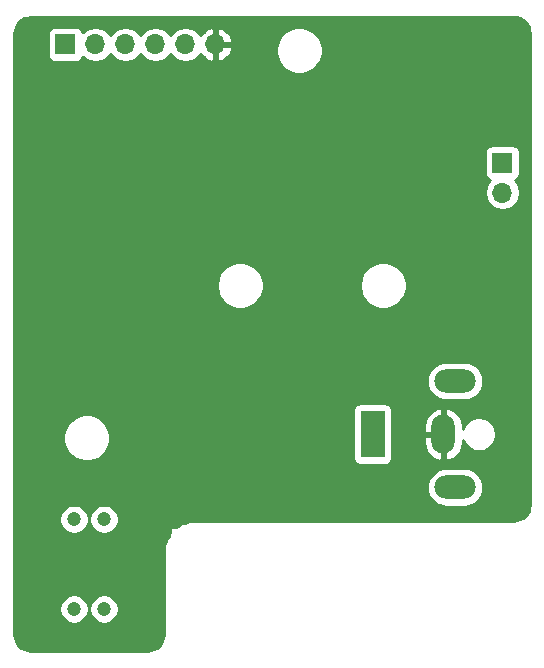
<source format=gbr>
G04 #@! TF.GenerationSoftware,KiCad,Pcbnew,5.1.6*
G04 #@! TF.CreationDate,2020-07-27T17:19:51+02:00*
G04 #@! TF.ProjectId,motor-board,6d6f746f-722d-4626-9f61-72642e6b6963,1*
G04 #@! TF.SameCoordinates,Original*
G04 #@! TF.FileFunction,Copper,L2,Bot*
G04 #@! TF.FilePolarity,Positive*
%FSLAX46Y46*%
G04 Gerber Fmt 4.6, Leading zero omitted, Abs format (unit mm)*
G04 Created by KiCad (PCBNEW 5.1.6) date 2020-07-27 17:19:51*
%MOMM*%
%LPD*%
G01*
G04 APERTURE LIST*
G04 #@! TA.AperFunction,ComponentPad*
%ADD10R,2.000000X4.000000*%
G04 #@! TD*
G04 #@! TA.AperFunction,ComponentPad*
%ADD11O,2.000000X3.300000*%
G04 #@! TD*
G04 #@! TA.AperFunction,ComponentPad*
%ADD12O,3.500000X2.000000*%
G04 #@! TD*
G04 #@! TA.AperFunction,ComponentPad*
%ADD13R,1.700000X1.700000*%
G04 #@! TD*
G04 #@! TA.AperFunction,ComponentPad*
%ADD14O,1.700000X1.700000*%
G04 #@! TD*
G04 #@! TA.AperFunction,ComponentPad*
%ADD15C,1.200000*%
G04 #@! TD*
G04 #@! TA.AperFunction,ViaPad*
%ADD16C,0.800000*%
G04 #@! TD*
G04 #@! TA.AperFunction,ViaPad*
%ADD17C,1.000000*%
G04 #@! TD*
G04 #@! TA.AperFunction,Conductor*
%ADD18C,0.254000*%
G04 #@! TD*
G04 APERTURE END LIST*
D10*
X187000000Y-106000000D03*
D11*
X193000000Y-106000000D03*
D12*
X194000000Y-110500000D03*
X194000000Y-101500000D03*
D13*
X198000000Y-83000000D03*
D14*
X198000000Y-85540000D03*
D13*
X161000000Y-73000000D03*
D14*
X163540000Y-73000000D03*
X166080000Y-73000000D03*
X168620000Y-73000000D03*
X171160000Y-73000000D03*
X173700000Y-73000000D03*
D15*
X164270000Y-120800000D03*
X161730000Y-120800000D03*
X161730000Y-113200000D03*
X164270000Y-113200000D03*
D16*
X176590000Y-85430000D03*
X175890000Y-84730000D03*
X176590000Y-84040000D03*
X177280000Y-84720000D03*
D17*
X174399994Y-80300000D03*
X172629974Y-82830000D03*
X169000000Y-107600000D03*
D16*
X182125000Y-109175000D03*
X165100000Y-96300000D03*
X160714995Y-93374151D03*
X167900000Y-87300000D03*
X167900000Y-89700000D03*
X179250000Y-79350000D03*
X192700000Y-79700000D03*
X196700000Y-77300000D03*
D17*
X158000000Y-118300000D03*
X179600000Y-109800002D03*
X179600000Y-111149998D03*
X184200000Y-103200000D03*
X184200000Y-102150000D03*
D16*
X184900002Y-89200000D03*
X184900002Y-88200000D03*
X185050000Y-75100000D03*
X186200000Y-75100000D03*
X160099994Y-84250000D03*
X158900000Y-84250000D03*
X167999994Y-100500000D03*
X167999992Y-99450000D03*
X167999994Y-101500000D03*
D18*
G36*
X199254782Y-70713267D02*
G01*
X199499855Y-70787259D01*
X199725890Y-70907443D01*
X199924281Y-71069248D01*
X200087460Y-71266497D01*
X200209220Y-71491687D01*
X200284924Y-71736247D01*
X200315001Y-72022408D01*
X200315000Y-111966495D01*
X200286733Y-112254782D01*
X200212741Y-112499855D01*
X200092554Y-112725893D01*
X199930754Y-112924279D01*
X199733503Y-113087460D01*
X199508310Y-113209221D01*
X199263753Y-113284924D01*
X198977602Y-113315000D01*
X171966353Y-113315000D01*
X171936355Y-113317955D01*
X171923953Y-113317868D01*
X171914434Y-113318802D01*
X171526242Y-113359603D01*
X171465461Y-113372080D01*
X171404440Y-113383720D01*
X171395284Y-113386484D01*
X171022409Y-113501908D01*
X170965163Y-113525972D01*
X170907612Y-113549224D01*
X170899167Y-113553714D01*
X170555812Y-113739365D01*
X170504344Y-113774081D01*
X170452389Y-113808080D01*
X170444978Y-113814124D01*
X170373809Y-113873000D01*
X170000000Y-113873000D01*
X169975224Y-113875440D01*
X169951399Y-113882667D01*
X169929443Y-113894403D01*
X169910197Y-113910197D01*
X169894403Y-113929443D01*
X169882667Y-113951399D01*
X169875440Y-113975224D01*
X169873000Y-114000000D01*
X169873000Y-114374842D01*
X169803321Y-114460277D01*
X169768960Y-114511995D01*
X169733888Y-114563216D01*
X169729339Y-114571629D01*
X169546089Y-114916270D01*
X169522418Y-114973700D01*
X169497972Y-115030737D01*
X169495144Y-115039873D01*
X169382326Y-115413545D01*
X169370265Y-115474455D01*
X169357359Y-115535174D01*
X169356359Y-115544686D01*
X169318269Y-115933155D01*
X169318269Y-115933173D01*
X169315001Y-115966353D01*
X169315000Y-122966494D01*
X169286733Y-123254782D01*
X169212741Y-123499855D01*
X169092554Y-123725893D01*
X168930754Y-123924279D01*
X168733503Y-124087460D01*
X168508310Y-124209221D01*
X168263753Y-124284924D01*
X167977602Y-124315000D01*
X158033505Y-124315000D01*
X157745218Y-124286733D01*
X157500145Y-124212741D01*
X157274107Y-124092554D01*
X157075721Y-123930754D01*
X156912540Y-123733503D01*
X156790779Y-123508310D01*
X156715076Y-123263753D01*
X156685000Y-122977602D01*
X156685000Y-120678363D01*
X160495000Y-120678363D01*
X160495000Y-120921637D01*
X160542460Y-121160236D01*
X160635557Y-121384992D01*
X160770713Y-121587267D01*
X160942733Y-121759287D01*
X161145008Y-121894443D01*
X161369764Y-121987540D01*
X161608363Y-122035000D01*
X161851637Y-122035000D01*
X162090236Y-121987540D01*
X162314992Y-121894443D01*
X162517267Y-121759287D01*
X162689287Y-121587267D01*
X162824443Y-121384992D01*
X162917540Y-121160236D01*
X162965000Y-120921637D01*
X162965000Y-120678363D01*
X163035000Y-120678363D01*
X163035000Y-120921637D01*
X163082460Y-121160236D01*
X163175557Y-121384992D01*
X163310713Y-121587267D01*
X163482733Y-121759287D01*
X163685008Y-121894443D01*
X163909764Y-121987540D01*
X164148363Y-122035000D01*
X164391637Y-122035000D01*
X164630236Y-121987540D01*
X164854992Y-121894443D01*
X165057267Y-121759287D01*
X165229287Y-121587267D01*
X165364443Y-121384992D01*
X165457540Y-121160236D01*
X165505000Y-120921637D01*
X165505000Y-120678363D01*
X165457540Y-120439764D01*
X165364443Y-120215008D01*
X165229287Y-120012733D01*
X165057267Y-119840713D01*
X164854992Y-119705557D01*
X164630236Y-119612460D01*
X164391637Y-119565000D01*
X164148363Y-119565000D01*
X163909764Y-119612460D01*
X163685008Y-119705557D01*
X163482733Y-119840713D01*
X163310713Y-120012733D01*
X163175557Y-120215008D01*
X163082460Y-120439764D01*
X163035000Y-120678363D01*
X162965000Y-120678363D01*
X162917540Y-120439764D01*
X162824443Y-120215008D01*
X162689287Y-120012733D01*
X162517267Y-119840713D01*
X162314992Y-119705557D01*
X162090236Y-119612460D01*
X161851637Y-119565000D01*
X161608363Y-119565000D01*
X161369764Y-119612460D01*
X161145008Y-119705557D01*
X160942733Y-119840713D01*
X160770713Y-120012733D01*
X160635557Y-120215008D01*
X160542460Y-120439764D01*
X160495000Y-120678363D01*
X156685000Y-120678363D01*
X156685000Y-113078363D01*
X160495000Y-113078363D01*
X160495000Y-113321637D01*
X160542460Y-113560236D01*
X160635557Y-113784992D01*
X160770713Y-113987267D01*
X160942733Y-114159287D01*
X161145008Y-114294443D01*
X161369764Y-114387540D01*
X161608363Y-114435000D01*
X161851637Y-114435000D01*
X162090236Y-114387540D01*
X162314992Y-114294443D01*
X162517267Y-114159287D01*
X162689287Y-113987267D01*
X162824443Y-113784992D01*
X162917540Y-113560236D01*
X162965000Y-113321637D01*
X162965000Y-113078363D01*
X163035000Y-113078363D01*
X163035000Y-113321637D01*
X163082460Y-113560236D01*
X163175557Y-113784992D01*
X163310713Y-113987267D01*
X163482733Y-114159287D01*
X163685008Y-114294443D01*
X163909764Y-114387540D01*
X164148363Y-114435000D01*
X164391637Y-114435000D01*
X164630236Y-114387540D01*
X164854992Y-114294443D01*
X165057267Y-114159287D01*
X165229287Y-113987267D01*
X165364443Y-113784992D01*
X165457540Y-113560236D01*
X165505000Y-113321637D01*
X165505000Y-113078363D01*
X165457540Y-112839764D01*
X165364443Y-112615008D01*
X165229287Y-112412733D01*
X165057267Y-112240713D01*
X164854992Y-112105557D01*
X164630236Y-112012460D01*
X164391637Y-111965000D01*
X164148363Y-111965000D01*
X163909764Y-112012460D01*
X163685008Y-112105557D01*
X163482733Y-112240713D01*
X163310713Y-112412733D01*
X163175557Y-112615008D01*
X163082460Y-112839764D01*
X163035000Y-113078363D01*
X162965000Y-113078363D01*
X162917540Y-112839764D01*
X162824443Y-112615008D01*
X162689287Y-112412733D01*
X162517267Y-112240713D01*
X162314992Y-112105557D01*
X162090236Y-112012460D01*
X161851637Y-111965000D01*
X161608363Y-111965000D01*
X161369764Y-112012460D01*
X161145008Y-112105557D01*
X160942733Y-112240713D01*
X160770713Y-112412733D01*
X160635557Y-112615008D01*
X160542460Y-112839764D01*
X160495000Y-113078363D01*
X156685000Y-113078363D01*
X156685000Y-110500000D01*
X191607089Y-110500000D01*
X191638657Y-110820516D01*
X191732148Y-111128715D01*
X191883969Y-111412752D01*
X192088286Y-111661714D01*
X192337248Y-111866031D01*
X192621285Y-112017852D01*
X192929484Y-112111343D01*
X193169678Y-112135000D01*
X194830322Y-112135000D01*
X195070516Y-112111343D01*
X195378715Y-112017852D01*
X195662752Y-111866031D01*
X195911714Y-111661714D01*
X196116031Y-111412752D01*
X196267852Y-111128715D01*
X196361343Y-110820516D01*
X196392911Y-110500000D01*
X196361343Y-110179484D01*
X196267852Y-109871285D01*
X196116031Y-109587248D01*
X195911714Y-109338286D01*
X195662752Y-109133969D01*
X195378715Y-108982148D01*
X195070516Y-108888657D01*
X194830322Y-108865000D01*
X193169678Y-108865000D01*
X192929484Y-108888657D01*
X192621285Y-108982148D01*
X192337248Y-109133969D01*
X192088286Y-109338286D01*
X191883969Y-109587248D01*
X191732148Y-109871285D01*
X191638657Y-110179484D01*
X191607089Y-110500000D01*
X156685000Y-110500000D01*
X156685000Y-106104495D01*
X160815000Y-106104495D01*
X160815000Y-106495505D01*
X160891282Y-106879003D01*
X161040915Y-107240250D01*
X161258149Y-107565364D01*
X161534636Y-107841851D01*
X161859750Y-108059085D01*
X162220997Y-108208718D01*
X162604495Y-108285000D01*
X162995505Y-108285000D01*
X163379003Y-108208718D01*
X163740250Y-108059085D01*
X164065364Y-107841851D01*
X164341851Y-107565364D01*
X164559085Y-107240250D01*
X164708718Y-106879003D01*
X164785000Y-106495505D01*
X164785000Y-106104495D01*
X164708718Y-105720997D01*
X164559085Y-105359750D01*
X164341851Y-105034636D01*
X164065364Y-104758149D01*
X163740250Y-104540915D01*
X163379003Y-104391282D01*
X162995505Y-104315000D01*
X162604495Y-104315000D01*
X162220997Y-104391282D01*
X161859750Y-104540915D01*
X161534636Y-104758149D01*
X161258149Y-105034636D01*
X161040915Y-105359750D01*
X160891282Y-105720997D01*
X160815000Y-106104495D01*
X156685000Y-106104495D01*
X156685000Y-104000000D01*
X185361928Y-104000000D01*
X185361928Y-108000000D01*
X185374188Y-108124482D01*
X185410498Y-108244180D01*
X185469463Y-108354494D01*
X185548815Y-108451185D01*
X185645506Y-108530537D01*
X185755820Y-108589502D01*
X185875518Y-108625812D01*
X186000000Y-108638072D01*
X188000000Y-108638072D01*
X188124482Y-108625812D01*
X188244180Y-108589502D01*
X188354494Y-108530537D01*
X188451185Y-108451185D01*
X188530537Y-108354494D01*
X188589502Y-108244180D01*
X188625812Y-108124482D01*
X188638072Y-108000000D01*
X188638072Y-106127000D01*
X191365000Y-106127000D01*
X191365000Y-106777000D01*
X191421193Y-107093532D01*
X191538058Y-107393020D01*
X191711105Y-107663954D01*
X191933683Y-107895922D01*
X192197239Y-108080010D01*
X192491645Y-108209144D01*
X192619566Y-108240124D01*
X192873000Y-108120777D01*
X192873000Y-106127000D01*
X191365000Y-106127000D01*
X188638072Y-106127000D01*
X188638072Y-105223000D01*
X191365000Y-105223000D01*
X191365000Y-105873000D01*
X192873000Y-105873000D01*
X192873000Y-103879223D01*
X193127000Y-103879223D01*
X193127000Y-105873000D01*
X193147000Y-105873000D01*
X193147000Y-106127000D01*
X193127000Y-106127000D01*
X193127000Y-108120777D01*
X193380434Y-108240124D01*
X193508355Y-108209144D01*
X193802761Y-108080010D01*
X194066317Y-107895922D01*
X194288895Y-107663954D01*
X194461942Y-107393020D01*
X194578807Y-107093532D01*
X194635000Y-106777000D01*
X194635000Y-106454432D01*
X194728320Y-106679727D01*
X194885363Y-106914759D01*
X195085241Y-107114637D01*
X195320273Y-107271680D01*
X195581426Y-107379853D01*
X195858665Y-107435000D01*
X196141335Y-107435000D01*
X196418574Y-107379853D01*
X196679727Y-107271680D01*
X196914759Y-107114637D01*
X197114637Y-106914759D01*
X197271680Y-106679727D01*
X197379853Y-106418574D01*
X197435000Y-106141335D01*
X197435000Y-105858665D01*
X197379853Y-105581426D01*
X197271680Y-105320273D01*
X197114637Y-105085241D01*
X196914759Y-104885363D01*
X196679727Y-104728320D01*
X196418574Y-104620147D01*
X196141335Y-104565000D01*
X195858665Y-104565000D01*
X195581426Y-104620147D01*
X195320273Y-104728320D01*
X195085241Y-104885363D01*
X194885363Y-105085241D01*
X194728320Y-105320273D01*
X194635000Y-105545568D01*
X194635000Y-105223000D01*
X194578807Y-104906468D01*
X194461942Y-104606980D01*
X194288895Y-104336046D01*
X194066317Y-104104078D01*
X193802761Y-103919990D01*
X193508355Y-103790856D01*
X193380434Y-103759876D01*
X193127000Y-103879223D01*
X192873000Y-103879223D01*
X192619566Y-103759876D01*
X192491645Y-103790856D01*
X192197239Y-103919990D01*
X191933683Y-104104078D01*
X191711105Y-104336046D01*
X191538058Y-104606980D01*
X191421193Y-104906468D01*
X191365000Y-105223000D01*
X188638072Y-105223000D01*
X188638072Y-104000000D01*
X188625812Y-103875518D01*
X188589502Y-103755820D01*
X188530537Y-103645506D01*
X188451185Y-103548815D01*
X188354494Y-103469463D01*
X188244180Y-103410498D01*
X188124482Y-103374188D01*
X188000000Y-103361928D01*
X186000000Y-103361928D01*
X185875518Y-103374188D01*
X185755820Y-103410498D01*
X185645506Y-103469463D01*
X185548815Y-103548815D01*
X185469463Y-103645506D01*
X185410498Y-103755820D01*
X185374188Y-103875518D01*
X185361928Y-104000000D01*
X156685000Y-104000000D01*
X156685000Y-101500000D01*
X191607089Y-101500000D01*
X191638657Y-101820516D01*
X191732148Y-102128715D01*
X191883969Y-102412752D01*
X192088286Y-102661714D01*
X192337248Y-102866031D01*
X192621285Y-103017852D01*
X192929484Y-103111343D01*
X193169678Y-103135000D01*
X194830322Y-103135000D01*
X195070516Y-103111343D01*
X195378715Y-103017852D01*
X195662752Y-102866031D01*
X195911714Y-102661714D01*
X196116031Y-102412752D01*
X196267852Y-102128715D01*
X196361343Y-101820516D01*
X196392911Y-101500000D01*
X196361343Y-101179484D01*
X196267852Y-100871285D01*
X196116031Y-100587248D01*
X195911714Y-100338286D01*
X195662752Y-100133969D01*
X195378715Y-99982148D01*
X195070516Y-99888657D01*
X194830322Y-99865000D01*
X193169678Y-99865000D01*
X192929484Y-99888657D01*
X192621285Y-99982148D01*
X192337248Y-100133969D01*
X192088286Y-100338286D01*
X191883969Y-100587248D01*
X191732148Y-100871285D01*
X191638657Y-101179484D01*
X191607089Y-101500000D01*
X156685000Y-101500000D01*
X156685000Y-93204495D01*
X173815000Y-93204495D01*
X173815000Y-93595505D01*
X173891282Y-93979003D01*
X174040915Y-94340250D01*
X174258149Y-94665364D01*
X174534636Y-94941851D01*
X174859750Y-95159085D01*
X175220997Y-95308718D01*
X175604495Y-95385000D01*
X175995505Y-95385000D01*
X176379003Y-95308718D01*
X176740250Y-95159085D01*
X177065364Y-94941851D01*
X177341851Y-94665364D01*
X177559085Y-94340250D01*
X177708718Y-93979003D01*
X177785000Y-93595505D01*
X177785000Y-93204495D01*
X185915000Y-93204495D01*
X185915000Y-93595505D01*
X185991282Y-93979003D01*
X186140915Y-94340250D01*
X186358149Y-94665364D01*
X186634636Y-94941851D01*
X186959750Y-95159085D01*
X187320997Y-95308718D01*
X187704495Y-95385000D01*
X188095505Y-95385000D01*
X188479003Y-95308718D01*
X188840250Y-95159085D01*
X189165364Y-94941851D01*
X189441851Y-94665364D01*
X189659085Y-94340250D01*
X189808718Y-93979003D01*
X189885000Y-93595505D01*
X189885000Y-93204495D01*
X189808718Y-92820997D01*
X189659085Y-92459750D01*
X189441851Y-92134636D01*
X189165364Y-91858149D01*
X188840250Y-91640915D01*
X188479003Y-91491282D01*
X188095505Y-91415000D01*
X187704495Y-91415000D01*
X187320997Y-91491282D01*
X186959750Y-91640915D01*
X186634636Y-91858149D01*
X186358149Y-92134636D01*
X186140915Y-92459750D01*
X185991282Y-92820997D01*
X185915000Y-93204495D01*
X177785000Y-93204495D01*
X177708718Y-92820997D01*
X177559085Y-92459750D01*
X177341851Y-92134636D01*
X177065364Y-91858149D01*
X176740250Y-91640915D01*
X176379003Y-91491282D01*
X175995505Y-91415000D01*
X175604495Y-91415000D01*
X175220997Y-91491282D01*
X174859750Y-91640915D01*
X174534636Y-91858149D01*
X174258149Y-92134636D01*
X174040915Y-92459750D01*
X173891282Y-92820997D01*
X173815000Y-93204495D01*
X156685000Y-93204495D01*
X156685000Y-82150000D01*
X196511928Y-82150000D01*
X196511928Y-83850000D01*
X196524188Y-83974482D01*
X196560498Y-84094180D01*
X196619463Y-84204494D01*
X196698815Y-84301185D01*
X196795506Y-84380537D01*
X196905820Y-84439502D01*
X196978380Y-84461513D01*
X196846525Y-84593368D01*
X196684010Y-84836589D01*
X196572068Y-85106842D01*
X196515000Y-85393740D01*
X196515000Y-85686260D01*
X196572068Y-85973158D01*
X196684010Y-86243411D01*
X196846525Y-86486632D01*
X197053368Y-86693475D01*
X197296589Y-86855990D01*
X197566842Y-86967932D01*
X197853740Y-87025000D01*
X198146260Y-87025000D01*
X198433158Y-86967932D01*
X198703411Y-86855990D01*
X198946632Y-86693475D01*
X199153475Y-86486632D01*
X199315990Y-86243411D01*
X199427932Y-85973158D01*
X199485000Y-85686260D01*
X199485000Y-85393740D01*
X199427932Y-85106842D01*
X199315990Y-84836589D01*
X199153475Y-84593368D01*
X199021620Y-84461513D01*
X199094180Y-84439502D01*
X199204494Y-84380537D01*
X199301185Y-84301185D01*
X199380537Y-84204494D01*
X199439502Y-84094180D01*
X199475812Y-83974482D01*
X199488072Y-83850000D01*
X199488072Y-82150000D01*
X199475812Y-82025518D01*
X199439502Y-81905820D01*
X199380537Y-81795506D01*
X199301185Y-81698815D01*
X199204494Y-81619463D01*
X199094180Y-81560498D01*
X198974482Y-81524188D01*
X198850000Y-81511928D01*
X197150000Y-81511928D01*
X197025518Y-81524188D01*
X196905820Y-81560498D01*
X196795506Y-81619463D01*
X196698815Y-81698815D01*
X196619463Y-81795506D01*
X196560498Y-81905820D01*
X196524188Y-82025518D01*
X196511928Y-82150000D01*
X156685000Y-82150000D01*
X156685000Y-72150000D01*
X159511928Y-72150000D01*
X159511928Y-73850000D01*
X159524188Y-73974482D01*
X159560498Y-74094180D01*
X159619463Y-74204494D01*
X159698815Y-74301185D01*
X159795506Y-74380537D01*
X159905820Y-74439502D01*
X160025518Y-74475812D01*
X160150000Y-74488072D01*
X161850000Y-74488072D01*
X161974482Y-74475812D01*
X162094180Y-74439502D01*
X162204494Y-74380537D01*
X162301185Y-74301185D01*
X162380537Y-74204494D01*
X162439502Y-74094180D01*
X162461513Y-74021620D01*
X162593368Y-74153475D01*
X162836589Y-74315990D01*
X163106842Y-74427932D01*
X163393740Y-74485000D01*
X163686260Y-74485000D01*
X163973158Y-74427932D01*
X164243411Y-74315990D01*
X164486632Y-74153475D01*
X164693475Y-73946632D01*
X164810000Y-73772240D01*
X164926525Y-73946632D01*
X165133368Y-74153475D01*
X165376589Y-74315990D01*
X165646842Y-74427932D01*
X165933740Y-74485000D01*
X166226260Y-74485000D01*
X166513158Y-74427932D01*
X166783411Y-74315990D01*
X167026632Y-74153475D01*
X167233475Y-73946632D01*
X167350000Y-73772240D01*
X167466525Y-73946632D01*
X167673368Y-74153475D01*
X167916589Y-74315990D01*
X168186842Y-74427932D01*
X168473740Y-74485000D01*
X168766260Y-74485000D01*
X169053158Y-74427932D01*
X169323411Y-74315990D01*
X169566632Y-74153475D01*
X169773475Y-73946632D01*
X169890000Y-73772240D01*
X170006525Y-73946632D01*
X170213368Y-74153475D01*
X170456589Y-74315990D01*
X170726842Y-74427932D01*
X171013740Y-74485000D01*
X171306260Y-74485000D01*
X171593158Y-74427932D01*
X171863411Y-74315990D01*
X172106632Y-74153475D01*
X172313475Y-73946632D01*
X172435195Y-73764466D01*
X172504822Y-73881355D01*
X172699731Y-74097588D01*
X172933080Y-74271641D01*
X173195901Y-74396825D01*
X173343110Y-74441476D01*
X173573000Y-74320155D01*
X173573000Y-73127000D01*
X173827000Y-73127000D01*
X173827000Y-74320155D01*
X174056890Y-74441476D01*
X174204099Y-74396825D01*
X174466920Y-74271641D01*
X174700269Y-74097588D01*
X174895178Y-73881355D01*
X175044157Y-73631252D01*
X175141481Y-73356891D01*
X175113979Y-73304495D01*
X178815000Y-73304495D01*
X178815000Y-73695505D01*
X178891282Y-74079003D01*
X179040915Y-74440250D01*
X179258149Y-74765364D01*
X179534636Y-75041851D01*
X179859750Y-75259085D01*
X180220997Y-75408718D01*
X180604495Y-75485000D01*
X180995505Y-75485000D01*
X181379003Y-75408718D01*
X181740250Y-75259085D01*
X182065364Y-75041851D01*
X182341851Y-74765364D01*
X182559085Y-74440250D01*
X182708718Y-74079003D01*
X182785000Y-73695505D01*
X182785000Y-73304495D01*
X182708718Y-72920997D01*
X182559085Y-72559750D01*
X182341851Y-72234636D01*
X182065364Y-71958149D01*
X181740250Y-71740915D01*
X181379003Y-71591282D01*
X180995505Y-71515000D01*
X180604495Y-71515000D01*
X180220997Y-71591282D01*
X179859750Y-71740915D01*
X179534636Y-71958149D01*
X179258149Y-72234636D01*
X179040915Y-72559750D01*
X178891282Y-72920997D01*
X178815000Y-73304495D01*
X175113979Y-73304495D01*
X175020814Y-73127000D01*
X173827000Y-73127000D01*
X173573000Y-73127000D01*
X173553000Y-73127000D01*
X173553000Y-72873000D01*
X173573000Y-72873000D01*
X173573000Y-71679845D01*
X173827000Y-71679845D01*
X173827000Y-72873000D01*
X175020814Y-72873000D01*
X175141481Y-72643109D01*
X175044157Y-72368748D01*
X174895178Y-72118645D01*
X174700269Y-71902412D01*
X174466920Y-71728359D01*
X174204099Y-71603175D01*
X174056890Y-71558524D01*
X173827000Y-71679845D01*
X173573000Y-71679845D01*
X173343110Y-71558524D01*
X173195901Y-71603175D01*
X172933080Y-71728359D01*
X172699731Y-71902412D01*
X172504822Y-72118645D01*
X172435195Y-72235534D01*
X172313475Y-72053368D01*
X172106632Y-71846525D01*
X171863411Y-71684010D01*
X171593158Y-71572068D01*
X171306260Y-71515000D01*
X171013740Y-71515000D01*
X170726842Y-71572068D01*
X170456589Y-71684010D01*
X170213368Y-71846525D01*
X170006525Y-72053368D01*
X169890000Y-72227760D01*
X169773475Y-72053368D01*
X169566632Y-71846525D01*
X169323411Y-71684010D01*
X169053158Y-71572068D01*
X168766260Y-71515000D01*
X168473740Y-71515000D01*
X168186842Y-71572068D01*
X167916589Y-71684010D01*
X167673368Y-71846525D01*
X167466525Y-72053368D01*
X167350000Y-72227760D01*
X167233475Y-72053368D01*
X167026632Y-71846525D01*
X166783411Y-71684010D01*
X166513158Y-71572068D01*
X166226260Y-71515000D01*
X165933740Y-71515000D01*
X165646842Y-71572068D01*
X165376589Y-71684010D01*
X165133368Y-71846525D01*
X164926525Y-72053368D01*
X164810000Y-72227760D01*
X164693475Y-72053368D01*
X164486632Y-71846525D01*
X164243411Y-71684010D01*
X163973158Y-71572068D01*
X163686260Y-71515000D01*
X163393740Y-71515000D01*
X163106842Y-71572068D01*
X162836589Y-71684010D01*
X162593368Y-71846525D01*
X162461513Y-71978380D01*
X162439502Y-71905820D01*
X162380537Y-71795506D01*
X162301185Y-71698815D01*
X162204494Y-71619463D01*
X162094180Y-71560498D01*
X161974482Y-71524188D01*
X161850000Y-71511928D01*
X160150000Y-71511928D01*
X160025518Y-71524188D01*
X159905820Y-71560498D01*
X159795506Y-71619463D01*
X159698815Y-71698815D01*
X159619463Y-71795506D01*
X159560498Y-71905820D01*
X159524188Y-72025518D01*
X159511928Y-72150000D01*
X156685000Y-72150000D01*
X156685000Y-72033505D01*
X156713267Y-71745218D01*
X156787259Y-71500145D01*
X156907443Y-71274110D01*
X157069248Y-71075719D01*
X157266497Y-70912540D01*
X157491687Y-70790780D01*
X157736247Y-70715076D01*
X158022398Y-70685000D01*
X198966495Y-70685000D01*
X199254782Y-70713267D01*
G37*
X199254782Y-70713267D02*
X199499855Y-70787259D01*
X199725890Y-70907443D01*
X199924281Y-71069248D01*
X200087460Y-71266497D01*
X200209220Y-71491687D01*
X200284924Y-71736247D01*
X200315001Y-72022408D01*
X200315000Y-111966495D01*
X200286733Y-112254782D01*
X200212741Y-112499855D01*
X200092554Y-112725893D01*
X199930754Y-112924279D01*
X199733503Y-113087460D01*
X199508310Y-113209221D01*
X199263753Y-113284924D01*
X198977602Y-113315000D01*
X171966353Y-113315000D01*
X171936355Y-113317955D01*
X171923953Y-113317868D01*
X171914434Y-113318802D01*
X171526242Y-113359603D01*
X171465461Y-113372080D01*
X171404440Y-113383720D01*
X171395284Y-113386484D01*
X171022409Y-113501908D01*
X170965163Y-113525972D01*
X170907612Y-113549224D01*
X170899167Y-113553714D01*
X170555812Y-113739365D01*
X170504344Y-113774081D01*
X170452389Y-113808080D01*
X170444978Y-113814124D01*
X170373809Y-113873000D01*
X170000000Y-113873000D01*
X169975224Y-113875440D01*
X169951399Y-113882667D01*
X169929443Y-113894403D01*
X169910197Y-113910197D01*
X169894403Y-113929443D01*
X169882667Y-113951399D01*
X169875440Y-113975224D01*
X169873000Y-114000000D01*
X169873000Y-114374842D01*
X169803321Y-114460277D01*
X169768960Y-114511995D01*
X169733888Y-114563216D01*
X169729339Y-114571629D01*
X169546089Y-114916270D01*
X169522418Y-114973700D01*
X169497972Y-115030737D01*
X169495144Y-115039873D01*
X169382326Y-115413545D01*
X169370265Y-115474455D01*
X169357359Y-115535174D01*
X169356359Y-115544686D01*
X169318269Y-115933155D01*
X169318269Y-115933173D01*
X169315001Y-115966353D01*
X169315000Y-122966494D01*
X169286733Y-123254782D01*
X169212741Y-123499855D01*
X169092554Y-123725893D01*
X168930754Y-123924279D01*
X168733503Y-124087460D01*
X168508310Y-124209221D01*
X168263753Y-124284924D01*
X167977602Y-124315000D01*
X158033505Y-124315000D01*
X157745218Y-124286733D01*
X157500145Y-124212741D01*
X157274107Y-124092554D01*
X157075721Y-123930754D01*
X156912540Y-123733503D01*
X156790779Y-123508310D01*
X156715076Y-123263753D01*
X156685000Y-122977602D01*
X156685000Y-120678363D01*
X160495000Y-120678363D01*
X160495000Y-120921637D01*
X160542460Y-121160236D01*
X160635557Y-121384992D01*
X160770713Y-121587267D01*
X160942733Y-121759287D01*
X161145008Y-121894443D01*
X161369764Y-121987540D01*
X161608363Y-122035000D01*
X161851637Y-122035000D01*
X162090236Y-121987540D01*
X162314992Y-121894443D01*
X162517267Y-121759287D01*
X162689287Y-121587267D01*
X162824443Y-121384992D01*
X162917540Y-121160236D01*
X162965000Y-120921637D01*
X162965000Y-120678363D01*
X163035000Y-120678363D01*
X163035000Y-120921637D01*
X163082460Y-121160236D01*
X163175557Y-121384992D01*
X163310713Y-121587267D01*
X163482733Y-121759287D01*
X163685008Y-121894443D01*
X163909764Y-121987540D01*
X164148363Y-122035000D01*
X164391637Y-122035000D01*
X164630236Y-121987540D01*
X164854992Y-121894443D01*
X165057267Y-121759287D01*
X165229287Y-121587267D01*
X165364443Y-121384992D01*
X165457540Y-121160236D01*
X165505000Y-120921637D01*
X165505000Y-120678363D01*
X165457540Y-120439764D01*
X165364443Y-120215008D01*
X165229287Y-120012733D01*
X165057267Y-119840713D01*
X164854992Y-119705557D01*
X164630236Y-119612460D01*
X164391637Y-119565000D01*
X164148363Y-119565000D01*
X163909764Y-119612460D01*
X163685008Y-119705557D01*
X163482733Y-119840713D01*
X163310713Y-120012733D01*
X163175557Y-120215008D01*
X163082460Y-120439764D01*
X163035000Y-120678363D01*
X162965000Y-120678363D01*
X162917540Y-120439764D01*
X162824443Y-120215008D01*
X162689287Y-120012733D01*
X162517267Y-119840713D01*
X162314992Y-119705557D01*
X162090236Y-119612460D01*
X161851637Y-119565000D01*
X161608363Y-119565000D01*
X161369764Y-119612460D01*
X161145008Y-119705557D01*
X160942733Y-119840713D01*
X160770713Y-120012733D01*
X160635557Y-120215008D01*
X160542460Y-120439764D01*
X160495000Y-120678363D01*
X156685000Y-120678363D01*
X156685000Y-113078363D01*
X160495000Y-113078363D01*
X160495000Y-113321637D01*
X160542460Y-113560236D01*
X160635557Y-113784992D01*
X160770713Y-113987267D01*
X160942733Y-114159287D01*
X161145008Y-114294443D01*
X161369764Y-114387540D01*
X161608363Y-114435000D01*
X161851637Y-114435000D01*
X162090236Y-114387540D01*
X162314992Y-114294443D01*
X162517267Y-114159287D01*
X162689287Y-113987267D01*
X162824443Y-113784992D01*
X162917540Y-113560236D01*
X162965000Y-113321637D01*
X162965000Y-113078363D01*
X163035000Y-113078363D01*
X163035000Y-113321637D01*
X163082460Y-113560236D01*
X163175557Y-113784992D01*
X163310713Y-113987267D01*
X163482733Y-114159287D01*
X163685008Y-114294443D01*
X163909764Y-114387540D01*
X164148363Y-114435000D01*
X164391637Y-114435000D01*
X164630236Y-114387540D01*
X164854992Y-114294443D01*
X165057267Y-114159287D01*
X165229287Y-113987267D01*
X165364443Y-113784992D01*
X165457540Y-113560236D01*
X165505000Y-113321637D01*
X165505000Y-113078363D01*
X165457540Y-112839764D01*
X165364443Y-112615008D01*
X165229287Y-112412733D01*
X165057267Y-112240713D01*
X164854992Y-112105557D01*
X164630236Y-112012460D01*
X164391637Y-111965000D01*
X164148363Y-111965000D01*
X163909764Y-112012460D01*
X163685008Y-112105557D01*
X163482733Y-112240713D01*
X163310713Y-112412733D01*
X163175557Y-112615008D01*
X163082460Y-112839764D01*
X163035000Y-113078363D01*
X162965000Y-113078363D01*
X162917540Y-112839764D01*
X162824443Y-112615008D01*
X162689287Y-112412733D01*
X162517267Y-112240713D01*
X162314992Y-112105557D01*
X162090236Y-112012460D01*
X161851637Y-111965000D01*
X161608363Y-111965000D01*
X161369764Y-112012460D01*
X161145008Y-112105557D01*
X160942733Y-112240713D01*
X160770713Y-112412733D01*
X160635557Y-112615008D01*
X160542460Y-112839764D01*
X160495000Y-113078363D01*
X156685000Y-113078363D01*
X156685000Y-110500000D01*
X191607089Y-110500000D01*
X191638657Y-110820516D01*
X191732148Y-111128715D01*
X191883969Y-111412752D01*
X192088286Y-111661714D01*
X192337248Y-111866031D01*
X192621285Y-112017852D01*
X192929484Y-112111343D01*
X193169678Y-112135000D01*
X194830322Y-112135000D01*
X195070516Y-112111343D01*
X195378715Y-112017852D01*
X195662752Y-111866031D01*
X195911714Y-111661714D01*
X196116031Y-111412752D01*
X196267852Y-111128715D01*
X196361343Y-110820516D01*
X196392911Y-110500000D01*
X196361343Y-110179484D01*
X196267852Y-109871285D01*
X196116031Y-109587248D01*
X195911714Y-109338286D01*
X195662752Y-109133969D01*
X195378715Y-108982148D01*
X195070516Y-108888657D01*
X194830322Y-108865000D01*
X193169678Y-108865000D01*
X192929484Y-108888657D01*
X192621285Y-108982148D01*
X192337248Y-109133969D01*
X192088286Y-109338286D01*
X191883969Y-109587248D01*
X191732148Y-109871285D01*
X191638657Y-110179484D01*
X191607089Y-110500000D01*
X156685000Y-110500000D01*
X156685000Y-106104495D01*
X160815000Y-106104495D01*
X160815000Y-106495505D01*
X160891282Y-106879003D01*
X161040915Y-107240250D01*
X161258149Y-107565364D01*
X161534636Y-107841851D01*
X161859750Y-108059085D01*
X162220997Y-108208718D01*
X162604495Y-108285000D01*
X162995505Y-108285000D01*
X163379003Y-108208718D01*
X163740250Y-108059085D01*
X164065364Y-107841851D01*
X164341851Y-107565364D01*
X164559085Y-107240250D01*
X164708718Y-106879003D01*
X164785000Y-106495505D01*
X164785000Y-106104495D01*
X164708718Y-105720997D01*
X164559085Y-105359750D01*
X164341851Y-105034636D01*
X164065364Y-104758149D01*
X163740250Y-104540915D01*
X163379003Y-104391282D01*
X162995505Y-104315000D01*
X162604495Y-104315000D01*
X162220997Y-104391282D01*
X161859750Y-104540915D01*
X161534636Y-104758149D01*
X161258149Y-105034636D01*
X161040915Y-105359750D01*
X160891282Y-105720997D01*
X160815000Y-106104495D01*
X156685000Y-106104495D01*
X156685000Y-104000000D01*
X185361928Y-104000000D01*
X185361928Y-108000000D01*
X185374188Y-108124482D01*
X185410498Y-108244180D01*
X185469463Y-108354494D01*
X185548815Y-108451185D01*
X185645506Y-108530537D01*
X185755820Y-108589502D01*
X185875518Y-108625812D01*
X186000000Y-108638072D01*
X188000000Y-108638072D01*
X188124482Y-108625812D01*
X188244180Y-108589502D01*
X188354494Y-108530537D01*
X188451185Y-108451185D01*
X188530537Y-108354494D01*
X188589502Y-108244180D01*
X188625812Y-108124482D01*
X188638072Y-108000000D01*
X188638072Y-106127000D01*
X191365000Y-106127000D01*
X191365000Y-106777000D01*
X191421193Y-107093532D01*
X191538058Y-107393020D01*
X191711105Y-107663954D01*
X191933683Y-107895922D01*
X192197239Y-108080010D01*
X192491645Y-108209144D01*
X192619566Y-108240124D01*
X192873000Y-108120777D01*
X192873000Y-106127000D01*
X191365000Y-106127000D01*
X188638072Y-106127000D01*
X188638072Y-105223000D01*
X191365000Y-105223000D01*
X191365000Y-105873000D01*
X192873000Y-105873000D01*
X192873000Y-103879223D01*
X193127000Y-103879223D01*
X193127000Y-105873000D01*
X193147000Y-105873000D01*
X193147000Y-106127000D01*
X193127000Y-106127000D01*
X193127000Y-108120777D01*
X193380434Y-108240124D01*
X193508355Y-108209144D01*
X193802761Y-108080010D01*
X194066317Y-107895922D01*
X194288895Y-107663954D01*
X194461942Y-107393020D01*
X194578807Y-107093532D01*
X194635000Y-106777000D01*
X194635000Y-106454432D01*
X194728320Y-106679727D01*
X194885363Y-106914759D01*
X195085241Y-107114637D01*
X195320273Y-107271680D01*
X195581426Y-107379853D01*
X195858665Y-107435000D01*
X196141335Y-107435000D01*
X196418574Y-107379853D01*
X196679727Y-107271680D01*
X196914759Y-107114637D01*
X197114637Y-106914759D01*
X197271680Y-106679727D01*
X197379853Y-106418574D01*
X197435000Y-106141335D01*
X197435000Y-105858665D01*
X197379853Y-105581426D01*
X197271680Y-105320273D01*
X197114637Y-105085241D01*
X196914759Y-104885363D01*
X196679727Y-104728320D01*
X196418574Y-104620147D01*
X196141335Y-104565000D01*
X195858665Y-104565000D01*
X195581426Y-104620147D01*
X195320273Y-104728320D01*
X195085241Y-104885363D01*
X194885363Y-105085241D01*
X194728320Y-105320273D01*
X194635000Y-105545568D01*
X194635000Y-105223000D01*
X194578807Y-104906468D01*
X194461942Y-104606980D01*
X194288895Y-104336046D01*
X194066317Y-104104078D01*
X193802761Y-103919990D01*
X193508355Y-103790856D01*
X193380434Y-103759876D01*
X193127000Y-103879223D01*
X192873000Y-103879223D01*
X192619566Y-103759876D01*
X192491645Y-103790856D01*
X192197239Y-103919990D01*
X191933683Y-104104078D01*
X191711105Y-104336046D01*
X191538058Y-104606980D01*
X191421193Y-104906468D01*
X191365000Y-105223000D01*
X188638072Y-105223000D01*
X188638072Y-104000000D01*
X188625812Y-103875518D01*
X188589502Y-103755820D01*
X188530537Y-103645506D01*
X188451185Y-103548815D01*
X188354494Y-103469463D01*
X188244180Y-103410498D01*
X188124482Y-103374188D01*
X188000000Y-103361928D01*
X186000000Y-103361928D01*
X185875518Y-103374188D01*
X185755820Y-103410498D01*
X185645506Y-103469463D01*
X185548815Y-103548815D01*
X185469463Y-103645506D01*
X185410498Y-103755820D01*
X185374188Y-103875518D01*
X185361928Y-104000000D01*
X156685000Y-104000000D01*
X156685000Y-101500000D01*
X191607089Y-101500000D01*
X191638657Y-101820516D01*
X191732148Y-102128715D01*
X191883969Y-102412752D01*
X192088286Y-102661714D01*
X192337248Y-102866031D01*
X192621285Y-103017852D01*
X192929484Y-103111343D01*
X193169678Y-103135000D01*
X194830322Y-103135000D01*
X195070516Y-103111343D01*
X195378715Y-103017852D01*
X195662752Y-102866031D01*
X195911714Y-102661714D01*
X196116031Y-102412752D01*
X196267852Y-102128715D01*
X196361343Y-101820516D01*
X196392911Y-101500000D01*
X196361343Y-101179484D01*
X196267852Y-100871285D01*
X196116031Y-100587248D01*
X195911714Y-100338286D01*
X195662752Y-100133969D01*
X195378715Y-99982148D01*
X195070516Y-99888657D01*
X194830322Y-99865000D01*
X193169678Y-99865000D01*
X192929484Y-99888657D01*
X192621285Y-99982148D01*
X192337248Y-100133969D01*
X192088286Y-100338286D01*
X191883969Y-100587248D01*
X191732148Y-100871285D01*
X191638657Y-101179484D01*
X191607089Y-101500000D01*
X156685000Y-101500000D01*
X156685000Y-93204495D01*
X173815000Y-93204495D01*
X173815000Y-93595505D01*
X173891282Y-93979003D01*
X174040915Y-94340250D01*
X174258149Y-94665364D01*
X174534636Y-94941851D01*
X174859750Y-95159085D01*
X175220997Y-95308718D01*
X175604495Y-95385000D01*
X175995505Y-95385000D01*
X176379003Y-95308718D01*
X176740250Y-95159085D01*
X177065364Y-94941851D01*
X177341851Y-94665364D01*
X177559085Y-94340250D01*
X177708718Y-93979003D01*
X177785000Y-93595505D01*
X177785000Y-93204495D01*
X185915000Y-93204495D01*
X185915000Y-93595505D01*
X185991282Y-93979003D01*
X186140915Y-94340250D01*
X186358149Y-94665364D01*
X186634636Y-94941851D01*
X186959750Y-95159085D01*
X187320997Y-95308718D01*
X187704495Y-95385000D01*
X188095505Y-95385000D01*
X188479003Y-95308718D01*
X188840250Y-95159085D01*
X189165364Y-94941851D01*
X189441851Y-94665364D01*
X189659085Y-94340250D01*
X189808718Y-93979003D01*
X189885000Y-93595505D01*
X189885000Y-93204495D01*
X189808718Y-92820997D01*
X189659085Y-92459750D01*
X189441851Y-92134636D01*
X189165364Y-91858149D01*
X188840250Y-91640915D01*
X188479003Y-91491282D01*
X188095505Y-91415000D01*
X187704495Y-91415000D01*
X187320997Y-91491282D01*
X186959750Y-91640915D01*
X186634636Y-91858149D01*
X186358149Y-92134636D01*
X186140915Y-92459750D01*
X185991282Y-92820997D01*
X185915000Y-93204495D01*
X177785000Y-93204495D01*
X177708718Y-92820997D01*
X177559085Y-92459750D01*
X177341851Y-92134636D01*
X177065364Y-91858149D01*
X176740250Y-91640915D01*
X176379003Y-91491282D01*
X175995505Y-91415000D01*
X175604495Y-91415000D01*
X175220997Y-91491282D01*
X174859750Y-91640915D01*
X174534636Y-91858149D01*
X174258149Y-92134636D01*
X174040915Y-92459750D01*
X173891282Y-92820997D01*
X173815000Y-93204495D01*
X156685000Y-93204495D01*
X156685000Y-82150000D01*
X196511928Y-82150000D01*
X196511928Y-83850000D01*
X196524188Y-83974482D01*
X196560498Y-84094180D01*
X196619463Y-84204494D01*
X196698815Y-84301185D01*
X196795506Y-84380537D01*
X196905820Y-84439502D01*
X196978380Y-84461513D01*
X196846525Y-84593368D01*
X196684010Y-84836589D01*
X196572068Y-85106842D01*
X196515000Y-85393740D01*
X196515000Y-85686260D01*
X196572068Y-85973158D01*
X196684010Y-86243411D01*
X196846525Y-86486632D01*
X197053368Y-86693475D01*
X197296589Y-86855990D01*
X197566842Y-86967932D01*
X197853740Y-87025000D01*
X198146260Y-87025000D01*
X198433158Y-86967932D01*
X198703411Y-86855990D01*
X198946632Y-86693475D01*
X199153475Y-86486632D01*
X199315990Y-86243411D01*
X199427932Y-85973158D01*
X199485000Y-85686260D01*
X199485000Y-85393740D01*
X199427932Y-85106842D01*
X199315990Y-84836589D01*
X199153475Y-84593368D01*
X199021620Y-84461513D01*
X199094180Y-84439502D01*
X199204494Y-84380537D01*
X199301185Y-84301185D01*
X199380537Y-84204494D01*
X199439502Y-84094180D01*
X199475812Y-83974482D01*
X199488072Y-83850000D01*
X199488072Y-82150000D01*
X199475812Y-82025518D01*
X199439502Y-81905820D01*
X199380537Y-81795506D01*
X199301185Y-81698815D01*
X199204494Y-81619463D01*
X199094180Y-81560498D01*
X198974482Y-81524188D01*
X198850000Y-81511928D01*
X197150000Y-81511928D01*
X197025518Y-81524188D01*
X196905820Y-81560498D01*
X196795506Y-81619463D01*
X196698815Y-81698815D01*
X196619463Y-81795506D01*
X196560498Y-81905820D01*
X196524188Y-82025518D01*
X196511928Y-82150000D01*
X156685000Y-82150000D01*
X156685000Y-72150000D01*
X159511928Y-72150000D01*
X159511928Y-73850000D01*
X159524188Y-73974482D01*
X159560498Y-74094180D01*
X159619463Y-74204494D01*
X159698815Y-74301185D01*
X159795506Y-74380537D01*
X159905820Y-74439502D01*
X160025518Y-74475812D01*
X160150000Y-74488072D01*
X161850000Y-74488072D01*
X161974482Y-74475812D01*
X162094180Y-74439502D01*
X162204494Y-74380537D01*
X162301185Y-74301185D01*
X162380537Y-74204494D01*
X162439502Y-74094180D01*
X162461513Y-74021620D01*
X162593368Y-74153475D01*
X162836589Y-74315990D01*
X163106842Y-74427932D01*
X163393740Y-74485000D01*
X163686260Y-74485000D01*
X163973158Y-74427932D01*
X164243411Y-74315990D01*
X164486632Y-74153475D01*
X164693475Y-73946632D01*
X164810000Y-73772240D01*
X164926525Y-73946632D01*
X165133368Y-74153475D01*
X165376589Y-74315990D01*
X165646842Y-74427932D01*
X165933740Y-74485000D01*
X166226260Y-74485000D01*
X166513158Y-74427932D01*
X166783411Y-74315990D01*
X167026632Y-74153475D01*
X167233475Y-73946632D01*
X167350000Y-73772240D01*
X167466525Y-73946632D01*
X167673368Y-74153475D01*
X167916589Y-74315990D01*
X168186842Y-74427932D01*
X168473740Y-74485000D01*
X168766260Y-74485000D01*
X169053158Y-74427932D01*
X169323411Y-74315990D01*
X169566632Y-74153475D01*
X169773475Y-73946632D01*
X169890000Y-73772240D01*
X170006525Y-73946632D01*
X170213368Y-74153475D01*
X170456589Y-74315990D01*
X170726842Y-74427932D01*
X171013740Y-74485000D01*
X171306260Y-74485000D01*
X171593158Y-74427932D01*
X171863411Y-74315990D01*
X172106632Y-74153475D01*
X172313475Y-73946632D01*
X172435195Y-73764466D01*
X172504822Y-73881355D01*
X172699731Y-74097588D01*
X172933080Y-74271641D01*
X173195901Y-74396825D01*
X173343110Y-74441476D01*
X173573000Y-74320155D01*
X173573000Y-73127000D01*
X173827000Y-73127000D01*
X173827000Y-74320155D01*
X174056890Y-74441476D01*
X174204099Y-74396825D01*
X174466920Y-74271641D01*
X174700269Y-74097588D01*
X174895178Y-73881355D01*
X175044157Y-73631252D01*
X175141481Y-73356891D01*
X175113979Y-73304495D01*
X178815000Y-73304495D01*
X178815000Y-73695505D01*
X178891282Y-74079003D01*
X179040915Y-74440250D01*
X179258149Y-74765364D01*
X179534636Y-75041851D01*
X179859750Y-75259085D01*
X180220997Y-75408718D01*
X180604495Y-75485000D01*
X180995505Y-75485000D01*
X181379003Y-75408718D01*
X181740250Y-75259085D01*
X182065364Y-75041851D01*
X182341851Y-74765364D01*
X182559085Y-74440250D01*
X182708718Y-74079003D01*
X182785000Y-73695505D01*
X182785000Y-73304495D01*
X182708718Y-72920997D01*
X182559085Y-72559750D01*
X182341851Y-72234636D01*
X182065364Y-71958149D01*
X181740250Y-71740915D01*
X181379003Y-71591282D01*
X180995505Y-71515000D01*
X180604495Y-71515000D01*
X180220997Y-71591282D01*
X179859750Y-71740915D01*
X179534636Y-71958149D01*
X179258149Y-72234636D01*
X179040915Y-72559750D01*
X178891282Y-72920997D01*
X178815000Y-73304495D01*
X175113979Y-73304495D01*
X175020814Y-73127000D01*
X173827000Y-73127000D01*
X173573000Y-73127000D01*
X173553000Y-73127000D01*
X173553000Y-72873000D01*
X173573000Y-72873000D01*
X173573000Y-71679845D01*
X173827000Y-71679845D01*
X173827000Y-72873000D01*
X175020814Y-72873000D01*
X175141481Y-72643109D01*
X175044157Y-72368748D01*
X174895178Y-72118645D01*
X174700269Y-71902412D01*
X174466920Y-71728359D01*
X174204099Y-71603175D01*
X174056890Y-71558524D01*
X173827000Y-71679845D01*
X173573000Y-71679845D01*
X173343110Y-71558524D01*
X173195901Y-71603175D01*
X172933080Y-71728359D01*
X172699731Y-71902412D01*
X172504822Y-72118645D01*
X172435195Y-72235534D01*
X172313475Y-72053368D01*
X172106632Y-71846525D01*
X171863411Y-71684010D01*
X171593158Y-71572068D01*
X171306260Y-71515000D01*
X171013740Y-71515000D01*
X170726842Y-71572068D01*
X170456589Y-71684010D01*
X170213368Y-71846525D01*
X170006525Y-72053368D01*
X169890000Y-72227760D01*
X169773475Y-72053368D01*
X169566632Y-71846525D01*
X169323411Y-71684010D01*
X169053158Y-71572068D01*
X168766260Y-71515000D01*
X168473740Y-71515000D01*
X168186842Y-71572068D01*
X167916589Y-71684010D01*
X167673368Y-71846525D01*
X167466525Y-72053368D01*
X167350000Y-72227760D01*
X167233475Y-72053368D01*
X167026632Y-71846525D01*
X166783411Y-71684010D01*
X166513158Y-71572068D01*
X166226260Y-71515000D01*
X165933740Y-71515000D01*
X165646842Y-71572068D01*
X165376589Y-71684010D01*
X165133368Y-71846525D01*
X164926525Y-72053368D01*
X164810000Y-72227760D01*
X164693475Y-72053368D01*
X164486632Y-71846525D01*
X164243411Y-71684010D01*
X163973158Y-71572068D01*
X163686260Y-71515000D01*
X163393740Y-71515000D01*
X163106842Y-71572068D01*
X162836589Y-71684010D01*
X162593368Y-71846525D01*
X162461513Y-71978380D01*
X162439502Y-71905820D01*
X162380537Y-71795506D01*
X162301185Y-71698815D01*
X162204494Y-71619463D01*
X162094180Y-71560498D01*
X161974482Y-71524188D01*
X161850000Y-71511928D01*
X160150000Y-71511928D01*
X160025518Y-71524188D01*
X159905820Y-71560498D01*
X159795506Y-71619463D01*
X159698815Y-71698815D01*
X159619463Y-71795506D01*
X159560498Y-71905820D01*
X159524188Y-72025518D01*
X159511928Y-72150000D01*
X156685000Y-72150000D01*
X156685000Y-72033505D01*
X156713267Y-71745218D01*
X156787259Y-71500145D01*
X156907443Y-71274110D01*
X157069248Y-71075719D01*
X157266497Y-70912540D01*
X157491687Y-70790780D01*
X157736247Y-70715076D01*
X158022398Y-70685000D01*
X198966495Y-70685000D01*
X199254782Y-70713267D01*
M02*

</source>
